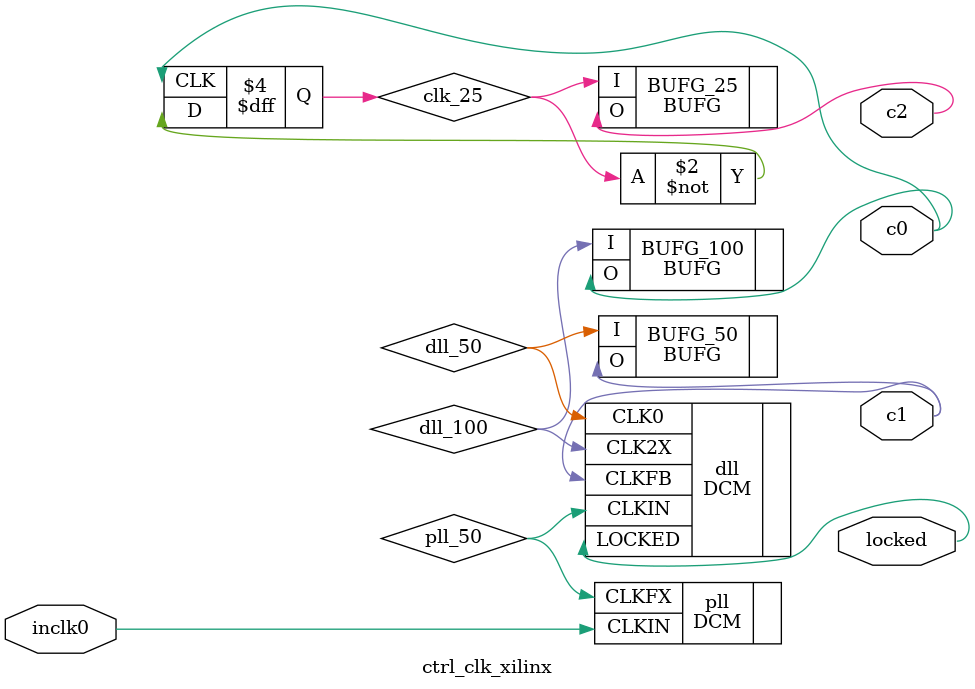
<source format=v>

/* ctrl_clk_xilinx.v */
/* 2012, rok.krajnc@gmail.com */


module ctrl_clk_xilinx (
  input  wire inclk0,
  output wire c0,
  output wire c1,
  output wire c2,
  output wire locked
);


// internal wires
wire pll_50;
wire dll_50;
wire dll_100;
reg  clk_25 = 0;


// pll
DCM #(
  .CLKDV_DIVIDE(2.0), // Divide by: 1.5,2.0,2.5,3.0,3.5,4.0,4.5,5.0,5.5,6.0,6.5,7.0,7.5,8.0,9.0,10.0,11.0,12.0,13.0,14.0,15.0 or 16.0
  .CLKFX_DIVIDE(32),   // Can be any integer from 1 to 32
  .CLKFX_MULTIPLY(24), // Can be any integer from 2 to 32
  .CLKIN_DIVIDE_BY_2("FALSE"), // TRUE/FALSE to enable CLKIN divide by two feature
  .CLKIN_PERIOD(15.015),  // Specify period of input clock
  .CLKOUT_PHASE_SHIFT("NONE"), // Specify phase shift of NONE, FIXED or VARIABLE
  .CLK_FEEDBACK("NONE"),  // Specify clock feedback of NONE, 1X or 2X
  .DESKEW_ADJUST("SYSTEM_SYNCHRONOUS"), // SOURCE_SYNCHRONOUS, SYSTEM_SYNCHRONOUS or an integer from 0 to 15
  .DFS_FREQUENCY_MODE("LOW"),  // HIGH or LOW frequency mode for frequency synthesis
  .DLL_FREQUENCY_MODE("LOW"),  // HIGH or LOW frequency mode for DLL
  .DUTY_CYCLE_CORRECTION("TRUE"), // Duty cycle correction, TRUE or FALSE
  .FACTORY_JF(16'h8080),   // FACTORY JF values
  .PHASE_SHIFT(0),     // Amount of fixed phase shift from -255 to 255
  .STARTUP_WAIT("TRUE")   // Delay configuration DONE until DCM LOCK, TRUE/FALSE
) pll (
  .CLKIN(inclk0),   // Clock input (from IBUFG, BUFG or DCM)
  .CLKFX(pll_50)   // DCM CLK synthesis out (M/D) (49.950 MHz)
);

// dll
DCM #(
  .CLKDV_DIVIDE(2.0), // Divide by: 1.5,2.0,2.5,3.0,3.5,4.0,4.5,5.0,5.5,6.0,6.5,7.0,7.5,8.0,9.0,10.0,11.0,12.0,13.0,14.0,15.0 or 16.0
  .CLKFX_DIVIDE(1),   // Can be any integer from 1 to 32
  .CLKFX_MULTIPLY(4), // Can be any integer from 2 to 32
  .CLKIN_DIVIDE_BY_2("FALSE"), // TRUE/FALSE to enable CLKIN divide by two feature
  .CLKIN_PERIOD(20.020),  // Specify period of input clock
  .CLKOUT_PHASE_SHIFT("NONE"), // Specify phase shift of NONE, FIXED or VARIABLE
  .CLK_FEEDBACK("1X"),  // Specify clock feedback of NONE, 1X or 2X
  .DESKEW_ADJUST("SYSTEM_SYNCHRONOUS"), // SOURCE_SYNCHRONOUS, SYSTEM_SYNCHRONOUS or an integer from 0 to 15
  .DFS_FREQUENCY_MODE("LOW"),  // HIGH or LOW frequency mode for frequency synthesis
  .DLL_FREQUENCY_MODE("LOW"),  // HIGH or LOW frequency mode for DLL
  .DUTY_CYCLE_CORRECTION("TRUE"), // Duty cycle correction, TRUE or FALSE
  .FACTORY_JF(16'h8080),   // FACTORY JF values
  .PHASE_SHIFT(0),     // Amount of fixed phase shift from -255 to 255
  .STARTUP_WAIT("TRUE")   // Delay configuration DONE until DCM LOCK, TRUE/FALSE
) dll (
  .CLKIN(pll_50),   // Clock input (from IBUFG, BUFG or DCM)
  .CLK0(dll_50),
  .CLK2X(dll_100),
  .CLKFB(c1),
  .LOCKED(locked)
);

// 25MHz clock
always @ (posedge c0) begin
  clk_25 <= #1 ~clk_25;
end

// global clock buffers
BUFG  BUFG_100 (.I(dll_100), .O(c0));
BUFG  BUFG_50  (.I(dll_50),  .O(c1));
BUFG  BUFG_25  (.I(clk_25),  .O(c2));


endmodule


</source>
